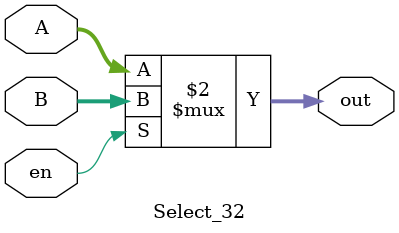
<source format=v>
`timescale 1ns / 1ps

module Select_32(                   // 32Î»Ñ¡ÔñÆ÷
input en,                           // Ñ¡ÔñÐÅºÅ
input [31:0] A, B,
output [31:0] out);
	assign out = (en == 0) ? A : B;  // Ñ¡ÔñÐÅºÅÎª0Ê±Êä³öA£¬·ñÔòÊä³öB
endmodule

</source>
